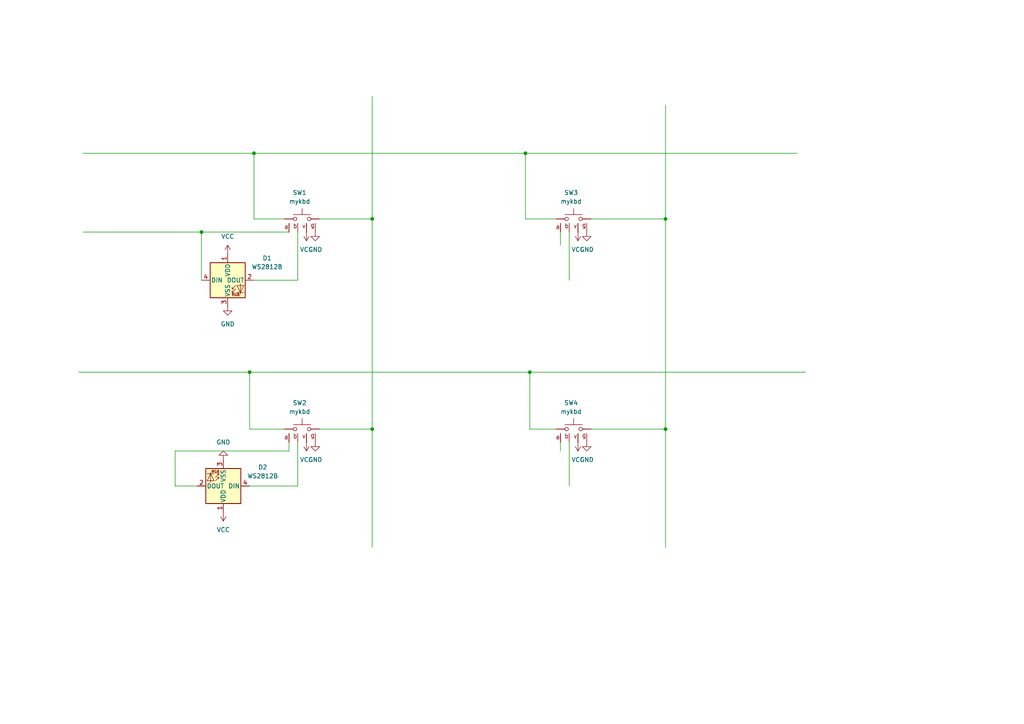
<source format=kicad_sch>
(kicad_sch (version 20250114) (generator "eeschema") (generator_version "9.0")
  (paper "A4")
  (lib_symbols
    (symbol "LED:WS2812B" (pin_names (offset 0.254))
      (property "Reference" "D" (at 5.08 5.715 0))
      (property "Value" "WS2812B" (at 1.27 -5.715 0))
      (symbol "WS2812B_0_0"
        (text "RGB" (at 2.286 -4.191 0) (effects (font (size 0.762 0.762))))
      )
      (symbol "WS2812B_0_1"
        (polyline (pts (xy 1.27 -2.54) (xy 1.778 -2.54)))
        (polyline (pts (xy 1.27 -3.556) (xy 1.778 -3.556)))
        (polyline (pts (xy 2.286 -1.524) (xy 1.27 -2.54) (xy 1.27 -2.032)))
        (polyline (pts (xy 2.286 -2.54) (xy 1.27 -3.556) (xy 1.27 -3.048)))
        (polyline (pts (xy 3.683 -1.016) (xy 3.683 -3.556) (xy 3.683 -4.064)))
        (polyline (pts (xy 4.699 -1.524) (xy 2.667 -1.524) (xy 3.683 -3.556) (xy 4.699 -1.524)))
        (polyline (pts (xy 4.699 -3.556) (xy 2.667 -3.556)))
        (rectangle (start 5.08 5.08) (end -5.08 -5.08) (stroke (width 0.254)) (fill (type background)))
      )
      (symbol "WS2812B_1_1"
        (pin input line (at -7.62 0 0) (length 2.54) (name "DIN") (number "4"))
        (pin power_in line (at 0 7.62 270) (length 2.54) (name "VDD") (number "1"))
        (pin power_in line (at 0 -7.62 90) (length 2.54) (name "VSS") (number "3"))
        (pin output line (at 7.62 0 180) (length 2.54) (name "DOUT") (number "2"))
      )
    )
    (symbol "mykbd:mykbd" (pin_numbers (hide yes)) (pin_names (offset 1.016) (hide yes))
      (property "Reference" "SW" (at 0.762 2.286 0))
      (property "Value" "mykbd" (at -3.556 2.286 0))
      (symbol "mykbd_0_1"
        (circle (center -2.032 0) (radius 0.508))
        (polyline (pts (xy 0 1.27) (xy 0 3.048)))
        (circle (center 2.032 0) (radius 0.508))
        (polyline (pts (xy 2.54 1.27) (xy -2.54 1.27)))
        (pin passive line (at -5.08 0 0) (length 2.54) (name "1") (number "1"))
        (pin passive line (at 5.08 0 180) (length 2.54) (name "2") (number "2"))
      )
      (symbol "mykbd_1_1"
        (text "a" (at -4.572 -2.286 0) (effects (font (size 1.27 1.27))))
        (text "b" (at -2.032 -2.032 0) (effects (font (size 1.27 1.27))))
        (text "v" (at 0.508 -2.032 0) (effects (font (size 1.27 1.27))))
        (text "g" (at 3.048 -1.778 0) (effects (font (size 1.27 1.27))))
        (pin input line (at -3.81 -3.81 90) (length 2.54) (name "3") (number "3"))
        (pin input line (at -1.27 -3.81 90) (length 2.54) (name "4") (number "4"))
        (pin input line (at 1.27 -3.81 90) (length 2.54) (name "5") (number "5"))
        (pin input line (at 3.81 -3.81 90) (length 2.54) (name "6") (number "6"))
      )
    )
    (symbol "power:GND" (power) (pin_numbers (hide yes)) (pin_names (offset 0) (hide yes))
      (property "Value" "GND" (at 0 -3.81 0))
      (symbol "GND_0_1"
        (polyline (pts (xy 0 0) (xy 0 -1.27) (xy 1.27 -1.27) (xy 0 -2.54) (xy -1.27 -1.27) (xy 0 -1.27)))
      )
      (symbol "GND_1_1"
        (pin power_in line (at 0 0 270) (length 0) (name "~") (number "1"))
      )
    )
    (symbol "power:VCC" (power) (pin_numbers (hide yes)) (pin_names (offset 0) (hide yes))
      (property "Value" "VCC" (at 0 3.556 0))
      (symbol "VCC_0_1"
        (polyline (pts (xy -0.762 1.27) (xy 0 2.54)))
        (polyline (pts (xy 0 2.54) (xy 0.762 1.27)))
        (polyline (pts (xy 0 0) (xy 0 2.54)))
      )
      (symbol "VCC_1_1"
        (pin power_in line (at 0 0 90) (length 0) (name "~") (number "1"))
      )
    )
  )
  (junction (at 107.95 63.5))
  (junction (at 107.95 124.46))
  (junction (at 153.67 107.95))
  (junction (at 72.39 107.95))
  (junction (at 58.42 67.31))
  (junction (at 73.66 44.45))
  (junction (at 152.4 44.45))
  (junction (at 193.04 124.46))
  (junction (at 193.04 63.5))
  (wire (pts (xy 193.04 30.48) (xy 193.04 63.5)))
  (wire (pts (xy 107.95 63.5) (xy 107.95 124.46)))
  (wire (pts (xy 50.8 140.97) (xy 57.15 140.97)))
  (wire (pts (xy 193.04 63.5) (xy 171.45 63.5)))
  (wire (pts (xy 193.04 63.5) (xy 193.04 124.46)))
  (wire (pts (xy 153.67 107.95) (xy 153.67 124.46)))
  (wire (pts (xy 73.66 63.5) (xy 82.55 63.5)))
  (wire (pts (xy 152.4 63.5) (xy 161.29 63.5)))
  (wire (pts (xy 153.67 107.95) (xy 233.68 107.95)))
  (wire (pts (xy 73.66 44.45) (xy 152.4 44.45)))
  (wire (pts (xy 162.56 128.27) (xy 162.56 130.81)))
  (wire (pts (xy 107.95 124.46) (xy 107.95 158.75)))
  (wire (pts (xy 152.4 44.45) (xy 231.14 44.45)))
  (wire (pts (xy 72.39 124.46) (xy 82.55 124.46)))
  (wire (pts (xy 83.82 130.81) (xy 50.8 130.81)))
  (wire (pts (xy 50.8 130.81) (xy 50.8 140.97)))
  (wire (pts (xy 152.4 44.45) (xy 152.4 63.5)))
  (wire (pts (xy 72.39 107.95) (xy 153.67 107.95)))
  (wire (pts (xy 22.86 107.95) (xy 72.39 107.95)))
  (wire (pts (xy 193.04 124.46) (xy 171.45 124.46)))
  (wire (pts (xy 153.67 124.46) (xy 161.29 124.46)))
  (wire (pts (xy 107.95 124.46) (xy 92.71 124.46)))
  (wire (pts (xy 58.42 67.31) (xy 83.82 67.31)))
  (wire (pts (xy 86.36 67.31) (xy 86.36 81.28)))
  (wire (pts (xy 107.95 63.5) (xy 92.71 63.5)))
  (wire (pts (xy 162.56 71.12) (xy 162.56 67.31)))
  (wire (pts (xy 72.39 107.95) (xy 72.39 124.46)))
  (wire (pts (xy 86.36 128.27) (xy 86.36 140.97)))
  (wire (pts (xy 72.39 140.97) (xy 86.36 140.97)))
  (wire (pts (xy 83.82 128.27) (xy 83.82 130.81)))
  (wire (pts (xy 73.66 44.45) (xy 73.66 63.5)))
  (wire (pts (xy 24.13 67.31) (xy 58.42 67.31)))
  (wire (pts (xy 58.42 67.31) (xy 58.42 81.28)))
  (wire (pts (xy 193.04 124.46) (xy 193.04 158.75)))
  (wire (pts (xy 165.1 67.31) (xy 165.1 81.28)))
  (wire (pts (xy 107.95 27.94) (xy 107.95 63.5)))
  (wire (pts (xy 73.66 81.28) (xy 86.36 81.28)))
  (wire (pts (xy 165.1 128.27) (xy 165.1 140.97)))
  (wire (pts (xy 24.13 44.45) (xy 73.66 44.45)))
  (symbol (lib_id "power:VCC") (at 167.64 67.31 180) (unit 1)
    (property "Reference" "#PWR013" (effects (hide yes)))
    (property "Value" "VCC" (at 167.64 72.39 0))
    (property "Description" "Power symbol creates a global label with name \"VCC\"" (effects (hide yes)))
  )
  (symbol (lib_id "mykbd:mykbd") (at 166.37 63.5 0) (unit 1)
    (property "Reference" "SW3" (at 165.6461 55.88 0))
    (property "Value" "mykbd" (at 165.6461 58.42 0))
    (property "Footprint" "mykbd:seat_ltor" (effects (hide yes)))
    (property "Description" "Push button switch, generic, two pins" (effects (hide yes)))
  )
  (symbol (lib_id "power:GND") (at 170.18 128.27 0) (unit 1)
    (property "Reference" "#PWR016" (effects (hide yes)))
    (property "Value" "GND" (at 170.18 133.35 0))
    (property "Description" "Power symbol creates a global label with name \"GND\" , ground" (effects (hide yes)))
  )
  (symbol (lib_id "power:GND") (at 91.44 67.31 0) (unit 1)
    (property "Reference" "#PWR07" (effects (hide yes)))
    (property "Value" "GND" (at 91.44 72.39 0))
    (property "Description" "Power symbol creates a global label with name \"GND\" , ground" (effects (hide yes)))
  )
  (symbol (lib_id "power:VCC") (at 66.04 73.66 0) (unit 1)
    (property "Reference" "#PWR03" (effects (hide yes)))
    (property "Value" "VCC" (at 66.04 68.58 0))
    (property "Description" "Power symbol creates a global label with name \"VCC\"" (effects (hide yes)))
  )
  (symbol (lib_id "power:VCC") (at 88.9 67.31 180) (unit 1)
    (property "Reference" "#PWR05" (effects (hide yes)))
    (property "Value" "VCC" (at 88.9 72.39 0))
    (property "Description" "Power symbol creates a global label with name \"VCC\"" (effects (hide yes)))
  )
  (symbol (lib_id "power:VCC") (at 167.64 128.27 180) (unit 1)
    (property "Reference" "#PWR014" (effects (hide yes)))
    (property "Value" "VCC" (at 167.64 133.35 0))
    (property "Description" "Power symbol creates a global label with name \"VCC\"" (effects (hide yes)))
  )
  (symbol (lib_id "mykbd:mykbd") (at 166.37 124.46 0) (unit 1)
    (property "Reference" "SW4" (at 165.6461 116.84 0))
    (property "Value" "mykbd" (at 165.6461 119.38 0))
    (property "Footprint" "mykbd:seat_rtol" (effects (hide yes)))
    (property "Description" "Push button switch, generic, two pins" (effects (hide yes)))
  )
  (symbol (lib_id "power:GND") (at 91.44 128.27 0) (unit 1)
    (property "Reference" "#PWR08" (effects (hide yes)))
    (property "Value" "GND" (at 91.44 133.35 0))
    (property "Description" "Power symbol creates a global label with name \"GND\" , ground" (effects (hide yes)))
  )
  (symbol (lib_id "mykbd:mykbd") (at 87.63 124.46 0) (unit 1)
    (property "Reference" "SW2" (at 86.9061 116.84 0))
    (property "Value" "mykbd" (at 86.9061 119.38 0))
    (property "Footprint" "mykbd:seat_rtol" (effects (hide yes)))
    (property "Description" "Push button switch, generic, two pins" (effects (hide yes)))
  )
  (symbol (lib_id "LED:WS2812B") (at 64.77 140.97 180) (unit 1)
    (property "Reference" "D2" (at 76.2 135.5246 0))
    (property "Value" "WS2812B" (at 76.2 138.0646 0))
    (property "Footprint" "LED_SMD:LED_WS2812B_PLCC4_5.0x5.0mm_P3.2mm" (effects (hide yes)))
    (property "Datasheet" "https://cdn-shop.adafruit.com/datasheets/WS2812B.pdf" (effects (hide yes)))
    (property "Description" "RGB LED with integrated controller" (effects (hide yes)))
  )
  (symbol (lib_id "power:GND") (at 64.77 133.35 180) (unit 1)
    (property "Reference" "#PWR01" (effects (hide yes)))
    (property "Value" "GND" (at 64.77 128.27 0))
    (property "Description" "Power symbol creates a global label with name \"GND\" , ground" (effects (hide yes)))
  )
  (symbol (lib_id "power:VCC") (at 88.9 128.27 180) (unit 1)
    (property "Reference" "#PWR06" (effects (hide yes)))
    (property "Value" "VCC" (at 88.9 133.35 0))
    (property "Description" "Power symbol creates a global label with name \"VCC\"" (effects (hide yes)))
  )
  (symbol (lib_id "power:GND") (at 170.18 67.31 0) (unit 1)
    (property "Reference" "#PWR015" (effects (hide yes)))
    (property "Value" "GND" (at 170.18 72.39 0))
    (property "Description" "Power symbol creates a global label with name \"GND\" , ground" (effects (hide yes)))
  )
  (symbol (lib_id "power:VCC") (at 64.77 148.59 180) (unit 1)
    (property "Reference" "#PWR02" (effects (hide yes)))
    (property "Value" "VCC" (at 64.77 153.67 0))
    (property "Description" "Power symbol creates a global label with name \"VCC\"" (effects (hide yes)))
  )
  (symbol (lib_id "mykbd:mykbd") (at 87.63 63.5 0) (unit 1)
    (property "Reference" "SW1" (at 86.9061 55.88 0))
    (property "Value" "mykbd" (at 86.9061 58.42 0))
    (property "Footprint" "mykbd:seat_ltor" (effects (hide yes)))
    (property "Description" "Push button switch, generic, two pins" (effects (hide yes)))
  )
  (symbol (lib_id "LED:WS2812B") (at 66.04 81.28 0) (unit 1)
    (property "Reference" "D1" (at 77.47 74.8598 0))
    (property "Value" "WS2812B" (at 77.47 77.3998 0))
    (property "Footprint" "LED_SMD:LED_WS2812B_PLCC4_5.0x5.0mm_P3.2mm" (effects (hide yes)))
    (property "Datasheet" "https://cdn-shop.adafruit.com/datasheets/WS2812B.pdf" (effects (hide yes)))
    (property "Description" "RGB LED with integrated controller" (effects (hide yes)))
  )
  (symbol (lib_id "power:GND") (at 66.04 88.9 0) (unit 1)
    (property "Reference" "#PWR04" (effects (hide yes)))
    (property "Value" "GND" (at 66.04 93.98 0))
    (property "Description" "Power symbol creates a global label with name \"GND\" , ground" (effects (hide yes)))
  )
)
</source>
